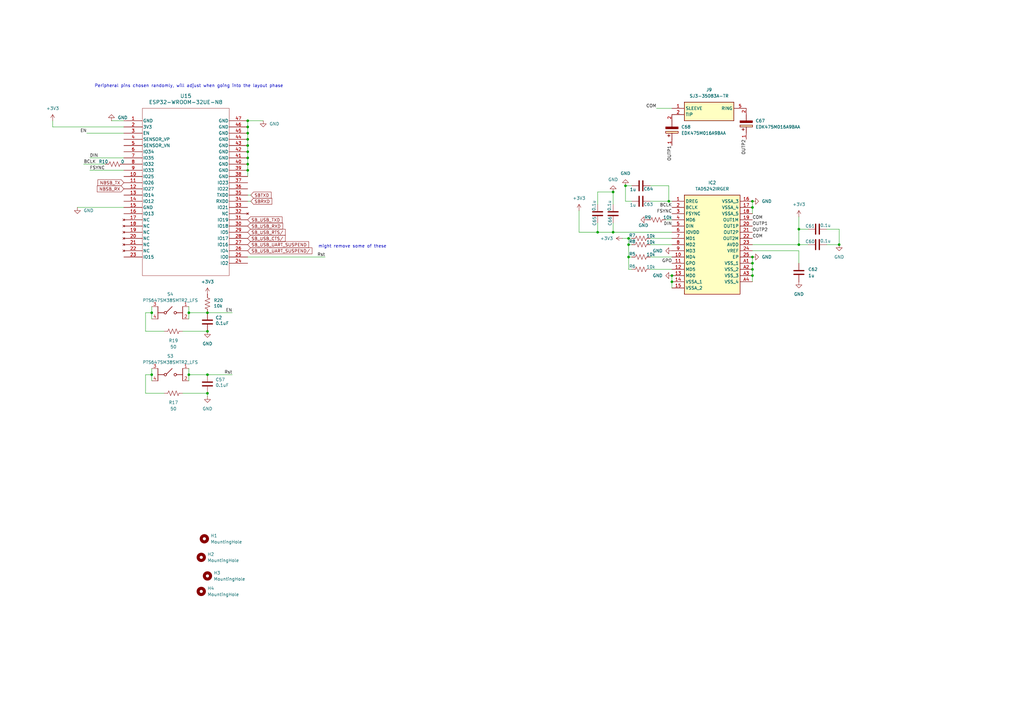
<source format=kicad_sch>
(kicad_sch (version 20250114) (generator "eeschema") (generator_version "9.0")
  (paper "A3")
  (lib_symbols
    (symbol "Device:C" (pin_numbers (hide yes)) (pin_names (offset 0.254))
      (property "Reference" "C" (at 0.635 2.54 0))
      (property "Value" "C" (at 0.635 -2.54 0))
      (symbol "C_0_1"
        (polyline (pts (xy -2.032 0.762) (xy 2.032 0.762)) (stroke (width 0.508)))
        (polyline (pts (xy -2.032 -0.762) (xy 2.032 -0.762)) (stroke (width 0.508)))
      )
      (symbol "C_1_1"
        (pin passive line (at 0 3.81 270) (length 2.794) (name "~") (number "1"))
        (pin passive line (at 0 -3.81 90) (length 2.794) (name "~") (number "2"))
      )
    )
    (symbol "Device:R_US" (pin_numbers (hide yes)) (pin_names (offset 0))
      (property "Reference" "R" (at 2.54 0 90))
      (property "Value" "R_US" (at -2.54 0 90))
      (symbol "R_US_0_1"
        (polyline (pts (xy 0 2.286) (xy 0 2.54)))
        (polyline (pts (xy 0 2.286) (xy 1.016 1.905) (xy 0 1.524) (xy -1.016 1.143) (xy 0 0.762)))
        (polyline (pts (xy 0 0.762) (xy 1.016 0.381) (xy 0 0) (xy -1.016 -0.381) (xy 0 -0.762)))
        (polyline (pts (xy 0 -0.762) (xy 1.016 -1.143) (xy 0 -1.524) (xy -1.016 -1.905) (xy 0 -2.286)))
        (polyline (pts (xy 0 -2.286) (xy 0 -2.54)))
      )
      (symbol "R_US_1_1"
        (pin passive line (at 0 3.81 270) (length 1.27) (name "~") (number "1"))
        (pin passive line (at 0 -3.81 90) (length 1.27) (name "~") (number "2"))
      )
    )
    (symbol "FPGA&MCU:ESP32-WROOM-32UE-N8" (pin_names (offset 0.254))
      (property "Reference" "U" (at 25.4 10.16 0))
      (property "Value" "ESP32-WROOM-32UE-N8" (at 25.4 7.62 0))
      (symbol "ESP32-WROOM-32UE-N8_0_1"
        (polyline (pts (xy 7.62 5.08) (xy 7.62 -63.5)) (stroke (width 0.127)))
        (polyline (pts (xy 7.62 -63.5) (xy 43.18 -63.5)) (stroke (width 0.127)))
        (polyline (pts (xy 43.18 5.08) (xy 7.62 5.08)) (stroke (width 0.127)))
        (polyline (pts (xy 43.18 -63.5) (xy 43.18 5.08)) (stroke (width 0.127)))
        (pin power_out line (at 0 0 0) (length 7.62) (name "GND") (number "1"))
        (pin power_in line (at 0 -2.54 0) (length 7.62) (name "3V3") (number "2"))
        (pin input line (at 0 -5.08 0) (length 7.62) (name "EN") (number "3"))
        (pin input line (at 0 -7.62 0) (length 7.62) (name "SENSOR_VP") (number "4"))
        (pin input line (at 0 -10.16 0) (length 7.62) (name "SENSOR_VN") (number "5"))
        (pin input line (at 0 -12.7 0) (length 7.62) (name "IO34") (number "6"))
        (pin input line (at 0 -15.24 0) (length 7.62) (name "IO35") (number "7"))
        (pin bidirectional line (at 0 -17.78 0) (length 7.62) (name "IO32") (number "8"))
        (pin bidirectional line (at 0 -20.32 0) (length 7.62) (name "IO33") (number "9"))
        (pin bidirectional line (at 0 -22.86 0) (length 7.62) (name "IO25") (number "10"))
        (pin bidirectional line (at 0 -25.4 0) (length 7.62) (name "IO26") (number "11"))
        (pin bidirectional line (at 0 -27.94 0) (length 7.62) (name "IO27") (number "12"))
        (pin bidirectional line (at 0 -30.48 0) (length 7.62) (name "IO14") (number "13"))
        (pin bidirectional line (at 0 -33.02 0) (length 7.62) (name "IO12") (number "14"))
        (pin power_out line (at 0 -35.56 0) (length 7.62) (name "GND") (number "15"))
        (pin bidirectional line (at 0 -38.1 0) (length 7.62) (name "IO13") (number "16"))
        (pin no_connect line (at 0 -40.64 0) (length 7.62) (name "NC") (number "17"))
        (pin no_connect line (at 0 -43.18 0) (length 7.62) (name "NC") (number "18"))
        (pin no_connect line (at 0 -45.72 0) (length 7.62) (name "NC") (number "19"))
        (pin no_connect line (at 0 -48.26 0) (length 7.62) (name "NC") (number "20"))
        (pin no_connect line (at 0 -50.8 0) (length 7.62) (name "NC") (number "21"))
        (pin no_connect line (at 0 -53.34 0) (length 7.62) (name "NC") (number "22"))
        (pin bidirectional line (at 0 -55.88 0) (length 7.62) (name "IO15") (number "23"))
        (pin power_out line (at 50.8 0 180) (length 7.62) (name "GND") (number "47"))
        (pin power_out line (at 50.8 -2.54 180) (length 7.62) (name "GND") (number "46"))
        (pin power_out line (at 50.8 -5.08 180) (length 7.62) (name "GND") (number "45"))
        (pin power_out line (at 50.8 -7.62 180) (length 7.62) (name "GND") (number "44"))
        (pin power_out line (at 50.8 -10.16 180) (length 7.62) (name "GND") (number "43"))
        (pin power_out line (at 50.8 -12.7 180) (length 7.62) (name "GND") (number "42"))
        (pin power_out line (at 50.8 -15.24 180) (length 7.62) (name "GND") (number "41"))
        (pin power_out line (at 50.8 -17.78 180) (length 7.62) (name "GND") (number "40"))
        (pin power_out line (at 50.8 -20.32 180) (length 7.62) (name "GND") (number "39"))
        (pin power_out line (at 50.8 -22.86 180) (length 7.62) (name "GND") (number "38"))
        (pin bidirectional line (at 50.8 -25.4 180) (length 7.62) (name "IO23") (number "37"))
        (pin bidirectional line (at 50.8 -27.94 180) (length 7.62) (name "IO22") (number "36"))
        (pin bidirectional line (at 50.8 -33.02 180) (length 7.62) (name "RXD0") (number "34"))
        (pin bidirectional line (at 50.8 -35.56 180) (length 7.62) (name "IO21") (number "33"))
        (pin no_connect line (at 50.8 -38.1 180) (length 7.62) (name "NC") (number "32"))
        (pin bidirectional line (at 50.8 -40.64 180) (length 7.62) (name "IO19") (number "31"))
        (pin bidirectional line (at 50.8 -43.18 180) (length 7.62) (name "IO18") (number "30"))
        (pin bidirectional line (at 50.8 -45.72 180) (length 7.62) (name "IO5") (number "29"))
        (pin bidirectional line (at 50.8 -48.26 180) (length 7.62) (name "IO17") (number "28"))
        (pin bidirectional line (at 50.8 -50.8 180) (length 7.62) (name "IO16") (number "27"))
        (pin bidirectional line (at 50.8 -53.34 180) (length 7.62) (name "IO4") (number "26"))
        (pin bidirectional line (at 50.8 -55.88 180) (length 7.62) (name "IO0") (number "25"))
        (pin bidirectional line (at 50.8 -58.42 180) (length 7.62) (name "IO2") (number "24"))
      )
      (symbol "ESP32-WROOM-32UE-N8_1_1"
        (pin bidirectional line (at 50.8 -30.48 180) (length 7.62) (name "TXD0") (number "35"))
      )
    )
    (symbol "FPGA_Interface:PTS647SM38SMTR2_LFS" (pin_names (hide yes))
      (property "Reference" "S" (at 12.7 6.35 0))
      (property "Value" "PTS647SM38SMTR2_LFS" (at 12.7 3.81 0))
      (symbol "PTS647SM38SMTR2_LFS_1_1"
        (polyline (pts (xy 2.54 -2.54) (xy 5.08 -2.54)) (stroke (width 0.254)))
        (polyline (pts (xy 2.54 -5.08) (xy 2.54 0)) (stroke (width 0.254)))
        (circle (center 5.588 -2.54) (radius 0.508) (stroke (width 0.254)))
        (polyline (pts (xy 6.096 -2.286) (xy 8.382 0)) (stroke (width 0.254)))
        (circle (center 9.652 -2.54) (radius 0.508) (stroke (width 0.254)))
        (polyline (pts (xy 10.16 -2.54) (xy 12.7 -2.54)) (stroke (width 0.254)))
        (polyline (pts (xy 12.7 -5.08) (xy 12.7 0)) (stroke (width 0.254)))
        (pin passive line (at 0 0 0) (length 2.54) (name "COM_1") (number "3"))
        (pin passive line (at 0 -5.08 0) (length 2.54) (name "COM_2") (number "4"))
        (pin passive line (at 15.24 0 180) (length 2.54) (name "NO_1") (number "1"))
        (pin passive line (at 15.24 -5.08 180) (length 2.54) (name "NO_2") (number "2"))
      )
    )
    (symbol "FPGA_Interface:SJ3-35083A-TR"
      (property "Reference" "J" (at 26.67 7.62 0))
      (property "Value" "SJ3-35083A-TR" (at 26.67 5.08 0))
      (symbol "SJ3-35083A-TR_1_1"
        (rectangle (start 5.08 2.54) (end 25.4 -5.08) (stroke (width 0.254)) (fill (type background)))
        (pin passive line (at 0 0 0) (length 5.08) (name "SLEEVE") (number "1"))
        (pin passive line (at 0 -2.54 0) (length 5.08) (name "TIP") (number "2"))
        (pin passive line (at 30.48 0 180) (length 5.08) (name "RING") (number "5"))
      )
    )
    (symbol "Mechanical:MountingHole" (pin_names (offset 1.016)) (in_bom no)
      (property "Reference" "H" (at 0 5.08 0))
      (property "Value" "MountingHole" (at 0 3.175 0))
      (symbol "MountingHole_0_1"
        (circle (center 0 0) (radius 1.27) (stroke (width 1.27)))
      )
    )
    (symbol "SB:EDK475M016A9BAA" (pin_names (hide yes))
      (property "Reference" "C" (at 8.89 6.35 0))
      (property "Value" "EDK475M016A9BAA" (at 8.89 3.81 0))
      (symbol "EDK475M016A9BAA_1_1"
        (polyline (pts (xy 2.54 0) (xy 5.08 0)) (stroke (width 0.254)))
        (polyline (pts (xy 4.064 1.778) (xy 4.064 0.762)) (stroke (width 0.254)))
        (polyline (pts (xy 4.572 1.27) (xy 3.556 1.27)) (stroke (width 0.254)))
        (rectangle (start 5.08 2.54) (end 5.842 -2.54) (stroke (width 0.254)) (fill (type background)))
        (polyline (pts (xy 7.62 2.54) (xy 7.62 -2.54) (xy 6.858 -2.54) (xy 6.858 2.54) (xy 7.62 2.54)) (stroke (width 0.254)) (fill (type outline)))
        (polyline (pts (xy 7.62 0) (xy 10.16 0)) (stroke (width 0.254)))
        (pin passive line (at 0 0 0) (length 2.54) (name "+") (number "1"))
        (pin passive line (at 12.7 0 180) (length 2.54) (name "-") (number "2"))
      )
    )
    (symbol "SB:TAD5242IRGER"
      (property "Reference" "IC" (at 29.21 7.62 0))
      (property "Value" "TAD5242IRGER" (at 29.21 5.08 0))
      (symbol "TAD5242IRGER_1_1"
        (rectangle (start 5.08 2.54) (end 27.94 -38.1) (stroke (width 0.254)) (fill (type background)))
        (pin passive line (at 0 0 0) (length 5.08) (name "DREG") (number "1"))
        (pin passive line (at 0 -2.54 0) (length 5.08) (name "BCLK") (number "2"))
        (pin passive line (at 0 -5.08 0) (length 5.08) (name "FSYNC") (number "3"))
        (pin passive line (at 0 -7.62 0) (length 5.08) (name "MD6") (number "4"))
        (pin passive line (at 0 -10.16 0) (length 5.08) (name "DIN") (number "5"))
        (pin passive line (at 0 -12.7 0) (length 5.08) (name "IOVDD") (number "6"))
        (pin passive line (at 0 -15.24 0) (length 5.08) (name "MD1") (number "7"))
        (pin passive line (at 0 -17.78 0) (length 5.08) (name "MD2") (number "8"))
        (pin passive line (at 0 -20.32 0) (length 5.08) (name "MD3") (number "9"))
        (pin passive line (at 0 -22.86 0) (length 5.08) (name "MD4") (number "10"))
        (pin passive line (at 0 -25.4 0) (length 5.08) (name "GPO") (number "11"))
        (pin passive line (at 0 -27.94 0) (length 5.08) (name "MD5") (number "12"))
        (pin passive line (at 0 -30.48 0) (length 5.08) (name "MD0") (number "13"))
        (pin passive line (at 0 -33.02 0) (length 5.08) (name "VSSA_1") (number "14"))
        (pin passive line (at 0 -35.56 0) (length 5.08) (name "VSSA_2") (number "15"))
        (pin passive line (at 33.02 0 180) (length 5.08) (name "VSSA_3") (number "16"))
        (pin passive line (at 33.02 -2.54 180) (length 5.08) (name "VSSA_4") (number "17"))
        (pin passive line (at 33.02 -5.08 180) (length 5.08) (name "VSSA_5") (number "18"))
        (pin passive line (at 33.02 -7.62 180) (length 5.08) (name "OUT1M") (number "19"))
        (pin passive line (at 33.02 -10.16 180) (length 5.08) (name "OUT1P") (number "20"))
        (pin passive line (at 33.02 -12.7 180) (length 5.08) (name "OUT2P") (number "21"))
        (pin passive line (at 33.02 -15.24 180) (length 5.08) (name "OUT2M") (number "22"))
        (pin passive line (at 33.02 -17.78 180) (length 5.08) (name "AVDD") (number "23"))
        (pin passive line (at 33.02 -20.32 180) (length 5.08) (name "VREF") (number "24"))
        (pin passive line (at 33.02 -22.86 180) (length 5.08) (name "EP") (number "25"))
        (pin passive line (at 33.02 -25.4 180) (length 5.08) (name "VSS_1") (number "A1"))
        (pin passive line (at 33.02 -27.94 180) (length 5.08) (name "VSS_2") (number "A2"))
        (pin passive line (at 33.02 -30.48 180) (length 5.08) (name "VSS_3") (number "A3"))
        (pin passive line (at 33.02 -33.02 180) (length 5.08) (name "VSS_4") (number "A4"))
      )
    )
    (symbol "power:+3V3" (power) (pin_numbers (hide yes)) (pin_names (offset 0) (hide yes))
      (property "Value" "+3V3" (at 0 3.556 0))
      (symbol "+3V3_0_1"
        (polyline (pts (xy -0.762 1.27) (xy 0 2.54)))
        (polyline (pts (xy 0 2.54) (xy 0.762 1.27)))
        (polyline (pts (xy 0 0) (xy 0 2.54)))
      )
      (symbol "+3V3_1_1"
        (pin power_in line (at 0 0 90) (length 0) (name "~") (number "1"))
      )
    )
    (symbol "power:GND" (power) (pin_numbers (hide yes)) (pin_names (offset 0) (hide yes))
      (property "Value" "GND" (at 0 -3.81 0))
      (symbol "GND_0_1"
        (polyline (pts (xy 0 0) (xy 0 -1.27) (xy 1.27 -1.27) (xy 0 -2.54) (xy -1.27 -1.27) (xy 0 -1.27)))
      )
      (symbol "GND_1_1"
        (pin power_in line (at 0 0 270) (length 0) (name "~") (number "1"))
      )
    )
  )
  (text "might remove some of these\n" (at 144.526 101.092 0) (effects (font (size 1.27 1.27))))
  (text "Peripheral pins chosen randomly, will adjust when going into the layout phase\n" (at 77.47 35.306 0) (effects (font (size 1.27 1.27))))
  (junction (at 275.59 113.03))
  (junction (at 344.17 100.33))
  (junction (at 308.61 110.49))
  (junction (at 256.54 76.2))
  (junction (at 101.6 57.15))
  (junction (at 308.61 82.55))
  (junction (at 308.61 113.03))
  (junction (at 85.09 153.67))
  (junction (at 327.66 93.98))
  (junction (at 251.46 95.25))
  (junction (at 257.81 97.79))
  (junction (at 62.23 153.67))
  (junction (at 308.61 107.95))
  (junction (at 77.47 128.27))
  (junction (at 101.6 52.07))
  (junction (at 101.6 49.53))
  (junction (at 85.09 128.27))
  (junction (at 327.66 100.33))
  (junction (at 245.11 95.25))
  (junction (at 85.09 135.89))
  (junction (at 274.32 82.55))
  (junction (at 101.6 59.69))
  (junction (at 101.6 67.31))
  (junction (at 257.81 105.41))
  (junction (at 257.81 100.33))
  (junction (at 101.6 69.85))
  (junction (at 101.6 64.77))
  (junction (at 251.46 78.74))
  (junction (at 101.6 62.23))
  (junction (at 77.47 153.67))
  (junction (at 62.23 128.27))
  (junction (at 275.59 115.57))
  (junction (at 308.61 85.09))
  (junction (at 101.6 54.61))
  (junction (at 308.61 105.41))
  (junction (at 85.09 161.29))
  (wire (pts (xy 308.61 102.87) (xy 327.66 102.87)))
  (wire (pts (xy 101.6 57.15) (xy 101.6 59.69)))
  (wire (pts (xy 344.17 93.98) (xy 344.17 100.33)))
  (wire (pts (xy 59.69 161.29) (xy 67.31 161.29)))
  (wire (pts (xy 36.83 69.85) (xy 50.8 69.85)))
  (wire (pts (xy 245.11 91.44) (xy 245.11 95.25)))
  (wire (pts (xy 308.61 82.55) (xy 308.61 85.09)))
  (wire (pts (xy 77.47 153.67) (xy 85.09 153.67)))
  (wire (pts (xy 331.47 100.33) (xy 327.66 100.33)))
  (wire (pts (xy 77.47 153.67) (xy 77.47 156.21)))
  (wire (pts (xy 245.11 95.25) (xy 237.49 95.25)))
  (wire (pts (xy 237.49 86.36) (xy 237.49 95.25)))
  (wire (pts (xy 101.6 59.69) (xy 101.6 62.23)))
  (wire (pts (xy 257.81 97.79) (xy 257.81 100.33)))
  (wire (pts (xy 251.46 83.82) (xy 251.46 78.74)))
  (wire (pts (xy 257.81 105.41) (xy 257.81 110.49)))
  (wire (pts (xy 256.54 82.55) (xy 256.54 76.2)))
  (wire (pts (xy 74.93 161.29) (xy 85.09 161.29)))
  (wire (pts (xy 62.23 128.27) (xy 62.23 130.81)))
  (wire (pts (xy 259.08 82.55) (xy 256.54 82.55)))
  (wire (pts (xy 101.6 49.53) (xy 101.6 52.07)))
  (wire (pts (xy 274.32 76.2) (xy 274.32 82.55)))
  (wire (pts (xy 274.32 76.2) (xy 266.7 76.2)))
  (wire (pts (xy 101.6 54.61) (xy 101.6 57.15)))
  (wire (pts (xy 339.09 93.98) (xy 344.17 93.98)))
  (wire (pts (xy 257.81 100.33) (xy 259.08 100.33)))
  (wire (pts (xy 45.72 49.53) (xy 50.8 49.53)))
  (wire (pts (xy 133.35 105.41) (xy 101.6 105.41)))
  (wire (pts (xy 275.59 115.57) (xy 275.59 118.11)))
  (wire (pts (xy 308.61 105.41) (xy 308.61 107.95)))
  (wire (pts (xy 34.29 67.31) (xy 43.18 67.31)))
  (wire (pts (xy 85.09 128.27) (xy 95.25 128.27)))
  (wire (pts (xy 245.11 83.82) (xy 245.11 78.74)))
  (wire (pts (xy 308.61 85.09) (xy 308.61 87.63)))
  (wire (pts (xy 21.59 49.53) (xy 21.59 52.07)))
  (wire (pts (xy 107.95 49.53) (xy 101.6 49.53)))
  (wire (pts (xy 77.47 128.27) (xy 77.47 130.81)))
  (wire (pts (xy 331.47 93.98) (xy 327.66 93.98)))
  (wire (pts (xy 259.08 76.2) (xy 256.54 76.2)))
  (wire (pts (xy 101.6 80.01) (xy 102.87 80.01)))
  (wire (pts (xy 62.23 125.73) (xy 62.23 128.27)))
  (wire (pts (xy 266.7 105.41) (xy 275.59 105.41)))
  (wire (pts (xy 266.7 97.79) (xy 275.59 97.79)))
  (wire (pts (xy 274.32 82.55) (xy 275.59 82.55)))
  (wire (pts (xy 269.24 44.45) (xy 275.59 44.45)))
  (wire (pts (xy 257.81 105.41) (xy 259.08 105.41)))
  (wire (pts (xy 275.59 113.03) (xy 275.59 115.57)))
  (wire (pts (xy 327.66 88.9) (xy 327.66 93.98)))
  (wire (pts (xy 59.69 153.67) (xy 59.69 161.29)))
  (wire (pts (xy 273.05 90.17) (xy 275.59 90.17)))
  (wire (pts (xy 62.23 153.67) (xy 62.23 151.13)))
  (wire (pts (xy 274.32 82.55) (xy 266.7 82.55)))
  (wire (pts (xy 36.83 64.77) (xy 50.8 64.77)))
  (wire (pts (xy 275.59 95.25) (xy 251.46 95.25)))
  (wire (pts (xy 259.08 97.79) (xy 257.81 97.79)))
  (wire (pts (xy 327.66 93.98) (xy 327.66 100.33)))
  (wire (pts (xy 101.6 64.77) (xy 101.6 67.31)))
  (wire (pts (xy 257.81 100.33) (xy 257.81 105.41)))
  (wire (pts (xy 339.09 100.33) (xy 344.17 100.33)))
  (wire (pts (xy 257.81 110.49) (xy 259.08 110.49)))
  (wire (pts (xy 308.61 107.95) (xy 308.61 110.49)))
  (wire (pts (xy 327.66 102.87) (xy 327.66 107.95)))
  (wire (pts (xy 77.47 151.13) (xy 77.47 153.67)))
  (wire (pts (xy 31.75 85.09) (xy 50.8 85.09)))
  (wire (pts (xy 77.47 125.73) (xy 77.47 128.27)))
  (wire (pts (xy 74.93 135.89) (xy 85.09 135.89)))
  (wire (pts (xy 85.09 161.29) (xy 85.09 162.56)))
  (wire (pts (xy 101.6 67.31) (xy 101.6 69.85)))
  (wire (pts (xy 255.27 97.79) (xy 257.81 97.79)))
  (wire (pts (xy 308.61 100.33) (xy 327.66 100.33)))
  (wire (pts (xy 35.56 54.61) (xy 50.8 54.61)))
  (wire (pts (xy 266.7 110.49) (xy 275.59 110.49)))
  (wire (pts (xy 62.23 153.67) (xy 62.23 156.21)))
  (wire (pts (xy 59.69 128.27) (xy 59.69 135.89)))
  (wire (pts (xy 101.6 82.55) (xy 102.87 82.55)))
  (wire (pts (xy 62.23 128.27) (xy 59.69 128.27)))
  (wire (pts (xy 308.61 110.49) (xy 308.61 113.03)))
  (wire (pts (xy 245.11 78.74) (xy 251.46 78.74)))
  (wire (pts (xy 101.6 52.07) (xy 101.6 54.61)))
  (wire (pts (xy 251.46 91.44) (xy 251.46 95.25)))
  (wire (pts (xy 59.69 153.67) (xy 62.23 153.67)))
  (wire (pts (xy 77.47 128.27) (xy 85.09 128.27)))
  (wire (pts (xy 308.61 113.03) (xy 308.61 115.57)))
  (wire (pts (xy 251.46 95.25) (xy 245.11 95.25)))
  (wire (pts (xy 101.6 62.23) (xy 101.6 64.77)))
  (wire (pts (xy 101.6 69.85) (xy 101.6 72.39)))
  (wire (pts (xy 85.09 153.67) (xy 95.25 153.67)))
  (wire (pts (xy 50.8 52.07) (xy 21.59 52.07)))
  (wire (pts (xy 59.69 135.89) (xy 67.31 135.89)))
  (wire (pts (xy 266.7 100.33) (xy 275.59 100.33)))
  (label "BCLK" (at 34.29 67.31 0))
  (label "OUTP1" (at 275.59 59.69 270))
  (label "OUTP1" (at 308.61 92.71 0))
  (label "BCLK" (at 275.59 85.09 180))
  (label "OUTP2" (at 306.07 57.15 270))
  (label "FSYNC" (at 36.83 69.85 0))
  (label "COM" (at 269.24 44.45 180))
  (label "FSYNC" (at 275.59 87.63 180))
  (label "DIN" (at 36.83 64.77 0))
  (label "EN" (at 95.25 128.27 180))
  (label "Rst" (at 95.25 153.67 180))
  (label "GPO" (at 275.59 107.95 180))
  (label "COM" (at 308.61 90.17 0))
  (label "COM" (at 308.61 97.79 0))
  (label "EN" (at 35.56 54.61 180))
  (label "DIN" (at 275.59 92.71 180))
  (label "Rst" (at 133.35 105.41 180))
  (label "OUTP2" (at 308.61 95.25 0))
  (global_label "NBSB_RX" (shape input) (at 50.8 77.47 180) (property "Intersheetrefs" "${INTERSHEET_REFS}" (effects (hide yes))))
  (global_label "SB_USB_UART_SUSPEND" (shape input) (at 101.6 100.33 0) (property "Intersheetrefs" "${INTERSHEET_REFS}" (effects (hide yes))))
  (global_label "SBTXD" (shape input) (at 102.87 80.01 0) (property "Intersheetrefs" "${INTERSHEET_REFS}" (effects (hide yes))))
  (global_label "SB_USB_CTS{slash}" (shape input) (at 101.6 97.79 0) (property "Intersheetrefs" "${INTERSHEET_REFS}" (effects (hide yes))))
  (global_label "SB_USB_TXD" (shape input) (at 101.6 90.17 0) (property "Intersheetrefs" "${INTERSHEET_REFS}" (effects (hide yes))))
  (global_label "SB_USB_RTS{slash}" (shape input) (at 101.6 95.25 0) (property "Intersheetrefs" "${INTERSHEET_REFS}" (effects (hide yes))))
  (global_label "SB_USB_UART_SUSPEND{slash}" (shape input) (at 101.6 102.87 0) (property "Intersheetrefs" "${INTERSHEET_REFS}" (effects (hide yes))))
  (global_label "SBRXD" (shape input) (at 102.87 82.55 0) (property "Intersheetrefs" "${INTERSHEET_REFS}" (effects (hide yes))))
  (global_label "SB_USB_RXD" (shape input) (at 101.6 92.71 0) (property "Intersheetrefs" "${INTERSHEET_REFS}" (effects (hide yes))))
  (global_label "NBSB_TX" (shape input) (at 50.8 74.93 180) (property "Intersheetrefs" "${INTERSHEET_REFS}" (effects (hide yes))))
  (symbol (lib_id "power:GND") (at 308.61 105.41 90) (unit 1)
    (property "Reference" "#PWR0153" (effects (hide yes)))
    (property "Value" "GND" (at 312.42 105.4099 90) (effects (justify right)))
    (property "Description" "Power symbol creates a global label with name \"GND\" , ground" (effects (hide yes)))
  )
  (symbol (lib_id "Device:R_US") (at 262.89 105.41 90) (unit 1)
    (property "Reference" "R5" (at 259.334 104.14 90))
    (property "Value" "10k" (at 266.954 104.394 90))
    (property "Footprint" "Resistor_SMD:R_0402_1005Metric" (effects (hide yes)))
    (property "Description" "Resistor, US symbol" (effects (hide yes)))
  )
  (symbol (lib_id "power:GND") (at 45.72 49.53 180) (unit 1)
    (property "Reference" "#PWR017" (effects (hide yes)))
    (property "Value" "GND" (at 48.26 48.2599 0) (effects (justify right)))
    (property "Description" "Power symbol creates a global label with name \"GND\" , ground" (effects (hide yes)))
  )
  (symbol (lib_id "SB:EDK475M016A9BAA") (at 275.59 59.69 90) (unit 1)
    (property "Reference" "C68" (at 279.4 52.0699 90) (effects (justify right)))
    (property "Value" "EDK475M016A9BAA" (at 279.4 54.6099 90) (effects (justify right)))
    (property "Footprint" "SB:CAPAE430X565N" (effects (hide yes)))
    (property "Datasheet" "https://content.kemet.com/datasheets/KEM_A4001_EDK.pdf" (effects (hide yes)))
    (property "Description" "EDK, Aluminum, Aluminum Electrolytic, 4.7 uF, 20%, 16 VDC, -40/+85C, 85C, -40C, 85C, 2,000 Hrs, 16 % , 0.02, 3 uA, 2, 4, 4mm, 5.4mm, 2000" (effects (hide yes)))
    (property "Height" "5.65" (effects (hide yes)))
    (property "Mouser Part Number" "80-EDK475M016A9BAA" (effects (hide yes)))
    (property "Mouser Price/Stock" "https://www.mouser.co.uk/ProductDetail/KEMET/EDK475M016A9BAA?qs=E9QF1UCAUX56UXN1YiCZhQ%3D%3D" (effects (hide yes)))
    (property "Manufacturer_Name" "KEMET" (effects (hide yes)))
    (property "Manufacturer_Part_Number" "EDK475M016A9BAA" (effects (hide yes)))
  )
  (symbol (lib_id "power:GND") (at 275.59 102.87 270) (unit 1)
    (property "Reference" "#PWR0157" (effects (hide yes)))
    (property "Value" "GND" (at 271.78 102.8699 90) (effects (justify right)))
    (property "Description" "Power symbol creates a global label with name \"GND\" , ground" (effects (hide yes)))
  )
  (symbol (lib_id "FPGA_Interface:SJ3-35083A-TR") (at 275.59 44.45 0) (unit 1)
    (property "Reference" "J9" (at 290.83 36.83 0))
    (property "Value" "SJ3-35083A-TR" (at 290.83 39.37 0))
    (property "Footprint" "SJ335083ATR" (effects (hide yes)))
    (property "Datasheet" "https://www.sameskydevices.com/product/resource/SJ3-35083A-TR.pdf" (effects (hide yes)))
    (property "Description" "SJ3-35083A-TR - 3.5 mm Stereo Jack, Through Hole, 3 Conductors, 0 Internal Switches,  Tape & Reel Packaging" (effects (hide yes)))
    (property "Height" "5.3" (effects (hide yes)))
    (property "Mouser Part Number" "179-SJ3-35083A-TR" (effects (hide yes)))
    (property "Mouser Price/Stock" "https://www.mouser.co.uk/ProductDetail/Same-Sky/SJ3-35083A-TR?qs=IKkN%2F947nfAXbylC140wLg%3D%3D" (effects (hide yes)))
    (property "Manufacturer_Name" "Same Sky" (effects (hide yes)))
    (property "Manufacturer_Part_Number" "SJ3-35083A-TR" (effects (hide yes)))
  )
  (symbol (lib_id "FPGA_Interface:PTS647SM38SMTR2_LFS") (at 62.23 125.73 0) (unit 1)
    (property "Reference" "S4" (at 69.85 120.65 0))
    (property "Value" "PTS647SM38SMTR2_LFS" (at 69.85 123.19 0))
    (property "Footprint" "PTS647SM38SMTR2LFS" (effects (hide yes)))
    (property "Datasheet" "https://www.ckswitches.com/media/2567/pts647.pdf" (effects (hide yes)))
    (property "Description" "Tactile Switch SPST-NO Top Actuated Surface Mount 0.05A 12V" (effects (hide yes)))
    (property "Manufacturer_Name" "C & K COMPONENTS" (effects (hide yes)))
    (property "Manufacturer_Part_Number" "PTS647SM38SMTR2 LFS" (effects (hide yes)))
  )
  (symbol (lib_id "power:+3V3") (at 327.66 88.9 0) (unit 1)
    (property "Reference" "#PWR0159" (effects (hide yes)))
    (property "Value" "+3V3" (at 327.66 83.82 0))
    (property "Description" "Power symbol creates a global label with name \"+3V3\"" (effects (hide yes)))
  )
  (symbol (lib_id "Device:C") (at 85.09 157.48 0) (unit 1)
    (property "Reference" "C57" (at 88.392 155.702 0) (effects (justify left)))
    (property "Value" "0.1uF" (at 88.392 157.988 0) (effects (justify left)))
    (property "Footprint" "Capacitor_SMD:C_0402_1005Metric" (effects (hide yes)))
    (property "Description" "Unpolarized capacitor" (effects (hide yes)))
  )
  (symbol (lib_id "power:+3V3") (at 237.49 86.36 0) (unit 1)
    (property "Reference" "#PWR0162" (effects (hide yes)))
    (property "Value" "+3V3" (at 237.49 81.28 0))
    (property "Description" "Power symbol creates a global label with name \"+3V3\"" (effects (hide yes)))
  )
  (symbol (lib_id "power:GND") (at 275.59 113.03 270) (unit 1)
    (property "Reference" "#PWR0155" (effects (hide yes)))
    (property "Value" "GND" (at 271.78 113.0301 90) (effects (justify right)))
    (property "Description" "Power symbol creates a global label with name \"GND\" , ground" (effects (hide yes)))
  )
  (symbol (lib_id "Device:C") (at 327.66 111.76 0) (unit 1)
    (property "Reference" "C62" (at 331.47 110.4899 0) (effects (justify left)))
    (property "Value" "1u" (at 331.47 113.0299 0) (effects (justify left)))
    (property "Footprint" "Capacitor_SMD:C_0402_1005Metric" (effects (hide yes)))
    (property "Description" "Unpolarized capacitor" (effects (hide yes)))
  )
  (symbol (lib_id "power:GND") (at 256.54 76.2 180) (unit 1)
    (property "Reference" "#PWR0160" (effects (hide yes)))
    (property "Value" "GND" (at 256.54 71.12 0))
    (property "Description" "Power symbol creates a global label with name \"GND\" , ground" (effects (hide yes)))
  )
  (symbol (lib_id "power:GND") (at 344.17 100.33 0) (unit 1)
    (property "Reference" "#PWR0151" (effects (hide yes)))
    (property "Value" "GND" (at 344.17 105.41 0))
    (property "Description" "Power symbol creates a global label with name \"GND\" , ground" (effects (hide yes)))
  )
  (symbol (lib_id "SB:TAD5242IRGER") (at 275.59 82.55 0) (unit 1)
    (property "Reference" "IC2" (at 292.1 74.93 0))
    (property "Value" "TAD5242IRGER" (at 292.1 77.47 0))
    (property "Footprint" "TAD5242IRGER" (effects (hide yes)))
    (property "Datasheet" "https://www.ti.com/lit/ds/symlink/tad5242.pdf?ts=1736249226355&ref_url=https%253A%252F%252Fwww.ti.com%252Fproduct%252FTAD5242" (effects (hide yes)))
    (property "Description" "Audio D/A Converter ICs Hardware-control stereo audio DAC with 120dB dynamic range, and headphone and line driver" (effects (hide yes)))
    (property "Height" "1" (effects (hide yes)))
    (property "Mouser Part Number" "595-TAD5242IRGER" (effects (hide yes)))
    (property "Mouser Price/Stock" "https://www.mouser.co.uk/ProductDetail/Texas-Instruments/TAD5242IRGER?qs=%252BXxaIXUDbq07iiss%252B1zA7A%3D%3D" (effects (hide yes)))
    (property "Manufacturer_Name" "Texas Instruments" (effects (hide yes)))
    (property "Manufacturer_Part_Number" "TAD5242IRGER" (effects (hide yes)))
  )
  (symbol (lib_id "power:+3V3") (at 85.09 120.65 0) (unit 1)
    (property "Reference" "#PWR015" (effects (hide yes)))
    (property "Value" "+3V3" (at 85.09 115.57 0))
    (property "Description" "Power symbol creates a global label with name \"+3V3\"" (effects (hide yes)))
  )
  (symbol (lib_id "Device:C") (at 335.28 93.98 90) (unit 1)
    (property "Reference" "C61" (at 332.232 92.71 90))
    (property "Value" "0.1u" (at 338.582 92.456 90))
    (property "Footprint" "Capacitor_SMD:C_0402_1005Metric" (effects (hide yes)))
    (property "Description" "Unpolarized capacitor" (effects (hide yes)))
  )
  (symbol (lib_id "Device:C") (at 251.46 87.63 180) (unit 1)
    (property "Reference" "C66" (at 250.19 90.678 90))
    (property "Value" "0.1u" (at 249.936 84.328 90))
    (property "Footprint" "Capacitor_SMD:C_0402_1005Metric" (effects (hide yes)))
    (property "Description" "Unpolarized capacitor" (effects (hide yes)))
  )
  (symbol (lib_id "Mechanical:MountingHole") (at 83.82 220.98 0) (unit 1) (in_bom no)
    (property "Reference" "H1" (at 86.36 219.7099 0) (effects (justify left)))
    (property "Value" "MountingHole" (at 86.36 222.2499 0) (effects (justify left)))
    (property "Footprint" "MountingHole:MountingHole_4.3x6.2mm_M4_Pad" (effects (hide yes)))
    (property "Description" "Mounting Hole without connection" (effects (hide yes)))
  )
  (symbol (lib_id "Device:R_US") (at 262.89 100.33 90) (unit 1)
    (property "Reference" "R8" (at 259.334 99.06 90))
    (property "Value" "10k" (at 266.954 99.314 90))
    (property "Footprint" "Resistor_SMD:R_0402_1005Metric" (effects (hide yes)))
    (property "Description" "Resistor, US symbol" (effects (hide yes)))
  )
  (symbol (lib_id "Mechanical:MountingHole") (at 82.55 242.57 0) (unit 1) (in_bom no)
    (property "Reference" "H4" (at 85.09 241.2999 0) (effects (justify left)))
    (property "Value" "MountingHole" (at 85.09 243.8399 0) (effects (justify left)))
    (property "Footprint" "MountingHole:MountingHole_4.3x6.2mm_M4_Pad" (effects (hide yes)))
    (property "Description" "Mounting Hole without connection" (effects (hide yes)))
  )
  (symbol (lib_id "power:GND") (at 265.43 90.17 270) (unit 1)
    (property "Reference" "#PWR0158" (effects (hide yes)))
    (property "Value" "GND" (at 265.938 92.456 90) (effects (justify right)))
    (property "Description" "Power symbol creates a global label with name \"GND\" , ground" (effects (hide yes)))
  )
  (symbol (lib_id "power:GND") (at 107.95 49.53 0) (unit 1)
    (property "Reference" "#PWR020" (effects (hide yes)))
    (property "Value" "GND" (at 110.49 50.7999 0) (effects (justify left)))
    (property "Description" "Power symbol creates a global label with name \"GND\" , ground" (effects (hide yes)))
  )
  (symbol (lib_id "power:GND") (at 251.46 78.74 180) (unit 1)
    (property "Reference" "#PWR0161" (effects (hide yes)))
    (property "Value" "GND" (at 251.46 73.66 0))
    (property "Description" "Power symbol creates a global label with name \"GND\" , ground" (effects (hide yes)))
  )
  (symbol (lib_id "Device:R_US") (at 262.89 97.79 90) (unit 1)
    (property "Reference" "R7" (at 259.334 96.52 90))
    (property "Value" "10k" (at 266.954 96.774 90))
    (property "Footprint" "Resistor_SMD:R_0402_1005Metric" (effects (hide yes)))
    (property "Description" "Resistor, US symbol" (effects (hide yes)))
  )
  (symbol (lib_id "Device:C") (at 262.89 76.2 270) (unit 1)
    (property "Reference" "C64" (at 265.938 77.47 90))
    (property "Value" "1u" (at 259.588 77.724 90))
    (property "Footprint" "Capacitor_SMD:C_0402_1005Metric" (effects (hide yes)))
    (property "Description" "Unpolarized capacitor" (effects (hide yes)))
  )
  (symbol (lib_id "SB:EDK475M016A9BAA") (at 306.07 57.15 90) (unit 1)
    (property "Reference" "C67" (at 309.88 49.5299 90) (effects (justify right)))
    (property "Value" "EDK475M016A9BAA" (at 309.88 52.0699 90) (effects (justify right)))
    (property "Footprint" "SB:CAPAE430X565N" (effects (hide yes)))
    (property "Datasheet" "https://content.kemet.com/datasheets/KEM_A4001_EDK.pdf" (effects (hide yes)))
    (property "Description" "EDK, Aluminum, Aluminum Electrolytic, 4.7 uF, 20%, 16 VDC, -40/+85C, 85C, -40C, 85C, 2,000 Hrs, 16 % , 0.02, 3 uA, 2, 4, 4mm, 5.4mm, 2000" (effects (hide yes)))
    (property "Height" "5.65" (effects (hide yes)))
    (property "Mouser Part Number" "80-EDK475M016A9BAA" (effects (hide yes)))
    (property "Mouser Price/Stock" "https://www.mouser.co.uk/ProductDetail/KEMET/EDK475M016A9BAA?qs=E9QF1UCAUX56UXN1YiCZhQ%3D%3D" (effects (hide yes)))
    (property "Manufacturer_Name" "KEMET" (effects (hide yes)))
    (property "Manufacturer_Part_Number" "EDK475M016A9BAA" (effects (hide yes)))
  )
  (symbol (lib_id "power:GND") (at 31.75 85.09 0) (unit 1)
    (property "Reference" "#PWR019" (effects (hide yes)))
    (property "Value" "GND" (at 34.29 86.3599 0) (effects (justify left)))
    (property "Description" "Power symbol creates a global label with name \"GND\" , ground" (effects (hide yes)))
  )
  (symbol (lib_id "power:GND") (at 327.66 115.57 0) (unit 1)
    (property "Reference" "#PWR0152" (effects (hide yes)))
    (property "Value" "GND" (at 327.66 120.65 0))
    (property "Description" "Power symbol creates a global label with name \"GND\" , ground" (effects (hide yes)))
  )
  (symbol (lib_id "Device:R_US") (at 85.09 124.46 0) (unit 1)
    (property "Reference" "R20" (at 87.63 123.1899 0) (effects (justify left)))
    (property "Value" "10k" (at 87.63 125.476 0) (effects (justify left)))
    (property "Footprint" "Resistor_SMD:R_0402_1005Metric" (effects (hide yes)))
    (property "Description" "Resistor, US symbol" (effects (hide yes)))
  )
  (symbol (lib_id "Device:C") (at 85.09 132.08 0) (unit 1)
    (property "Reference" "C2" (at 88.392 130.302 0) (effects (justify left)))
    (property "Value" "0.1uF" (at 88.392 132.588 0) (effects (justify left)))
    (property "Footprint" "Capacitor_SMD:C_0402_1005Metric" (effects (hide yes)))
    (property "Description" "Unpolarized capacitor" (effects (hide yes)))
  )
  (symbol (lib_id "Device:C") (at 335.28 100.33 90) (unit 1)
    (property "Reference" "C60" (at 332.232 99.06 90))
    (property "Value" "0.1u" (at 338.582 98.806 90))
    (property "Footprint" "Capacitor_SMD:C_0402_1005Metric" (effects (hide yes)))
    (property "Description" "Unpolarized capacitor" (effects (hide yes)))
  )
  (symbol (lib_id "Device:R_US") (at 71.12 135.89 270) (unit 1)
    (property "Reference" "R19" (at 71.12 139.7 90))
    (property "Value" "50" (at 71.12 142.24 90))
    (property "Footprint" "Resistor_SMD:R_0402_1005Metric" (effects (hide yes)))
    (property "Description" "Resistor, US symbol" (effects (hide yes)))
  )
  (symbol (lib_id "Device:R_US") (at 262.89 110.49 90) (unit 1)
    (property "Reference" "R6" (at 259.334 109.22 90))
    (property "Value" "10k" (at 266.954 109.474 90))
    (property "Footprint" "Resistor_SMD:R_0402_1005Metric" (effects (hide yes)))
    (property "Description" "Resistor, US symbol" (effects (hide yes)))
  )
  (symbol (lib_id "Device:C") (at 262.89 82.55 270) (unit 1)
    (property "Reference" "C63" (at 265.938 83.82 90))
    (property "Value" "1u" (at 259.588 84.074 90))
    (property "Footprint" "Capacitor_SMD:C_0402_1005Metric" (effects (hide yes)))
    (property "Description" "Unpolarized capacitor" (effects (hide yes)))
  )
  (symbol (lib_id "power:GND") (at 85.09 135.89 0) (unit 1)
    (property "Reference" "#PWR016" (effects (hide yes)))
    (property "Value" "GND" (at 85.09 140.97 0))
    (property "Description" "Power symbol creates a global label with name \"GND\" , ground" (effects (hide yes)))
  )
  (symbol (lib_id "Device:C") (at 245.11 87.63 180) (unit 1)
    (property "Reference" "C65" (at 243.84 90.678 90))
    (property "Value" "0.1u" (at 243.586 84.328 90))
    (property "Footprint" "Capacitor_SMD:C_0402_1005Metric" (effects (hide yes)))
    (property "Description" "Unpolarized capacitor" (effects (hide yes)))
  )
  (symbol (lib_id "power:+3V3") (at 21.59 49.53 0) (unit 1)
    (property "Reference" "#PWR018" (effects (hide yes)))
    (property "Value" "+3V3" (at 21.59 44.45 0))
    (property "Description" "Power symbol creates a global label with name \"+3V3\"" (effects (hide yes)))
  )
  (symbol (lib_id "power:GND") (at 308.61 82.55 90) (unit 1)
    (property "Reference" "#PWR0154" (effects (hide yes)))
    (property "Value" "GND" (at 312.42 82.5499 90) (effects (justify right)))
    (property "Description" "Power symbol creates a global label with name \"GND\" , ground" (effects (hide yes)))
  )
  (symbol (lib_id "Device:R_US") (at 71.12 161.29 270) (unit 1)
    (property "Reference" "R17" (at 71.12 165.1 90))
    (property "Value" "50" (at 71.12 167.64 90))
    (property "Footprint" "Resistor_SMD:R_0402_1005Metric" (effects (hide yes)))
    (property "Description" "Resistor, US symbol" (effects (hide yes)))
  )
  (symbol (lib_id "power:+3V3") (at 255.27 97.79 90) (unit 1)
    (property "Reference" "#PWR0156" (effects (hide yes)))
    (property "Value" "+3V3" (at 251.46 97.7899 90) (effects (justify left)))
    (property "Description" "Power symbol creates a global label with name \"+3V3\"" (effects (hide yes)))
  )
  (symbol (lib_id "Mechanical:MountingHole") (at 85.09 236.22 0) (unit 1) (in_bom no)
    (property "Reference" "H3" (at 87.63 234.9499 0) (effects (justify left)))
    (property "Value" "MountingHole" (at 87.63 237.4899 0) (effects (justify left)))
    (property "Footprint" "MountingHole:MountingHole_4.3x6.2mm_M4_Pad" (effects (hide yes)))
    (property "Description" "Mounting Hole without connection" (effects (hide yes)))
  )
  (symbol (lib_id "FPGA&MCU:ESP32-WROOM-32UE-N8") (at 50.8 49.53 0) (unit 1)
    (property "Reference" "U15" (at 76.2 39.37 0) (effects (font (size 1.524 1.524))))
    (property "Value" "ESP32-WROOM-32UE-N8" (at 76.2 41.91 0) (effects (font (size 1.524 1.524))))
    (property "Footprint" "ESP32-WROOM-32UE_EXP" (effects (hide yes)))
    (property "Datasheet" "ESP32-WROOM-32UE-N8" (effects (hide yes)))
  )
  (symbol (lib_id "Mechanical:MountingHole") (at 82.55 228.6 0) (unit 1) (in_bom no)
    (property "Reference" "H2" (at 85.09 227.3299 0) (effects (justify left)))
    (property "Value" "MountingHole" (at 85.09 229.8699 0) (effects (justify left)))
    (property "Footprint" "MountingHole:MountingHole_4.3x6.2mm_M4_Pad" (effects (hide yes)))
    (property "Description" "Mounting Hole without connection" (effects (hide yes)))
  )
  (symbol (lib_id "FPGA_Interface:PTS647SM38SMTR2_LFS") (at 62.23 151.13 0) (unit 1)
    (property "Reference" "S3" (at 69.85 146.05 0))
    (property "Value" "PTS647SM38SMTR2_LFS" (at 69.85 148.59 0))
    (property "Footprint" "PTS647SM38SMTR2LFS" (effects (hide yes)))
    (property "Datasheet" "https://www.ckswitches.com/media/2567/pts647.pdf" (effects (hide yes)))
    (property "Description" "Tactile Switch SPST-NO Top Actuated Surface Mount 0.05A 12V" (effects (hide yes)))
    (property "Manufacturer_Name" "C & K COMPONENTS" (effects (hide yes)))
    (property "Manufacturer_Part_Number" "PTS647SM38SMTR2 LFS" (effects (hide yes)))
  )
  (symbol (lib_id "Device:R_US") (at 269.24 90.17 90) (unit 1)
    (property "Reference" "R9" (at 265.684 89.154 90))
    (property "Value" "10k" (at 273.812 89.154 90))
    (property "Footprint" "Resistor_SMD:R_0402_1005Metric" (effects (hide yes)))
    (property "Description" "Resistor, US symbol" (effects (hide yes)))
  )
  (symbol (lib_id "power:GND") (at 85.09 162.56 0) (unit 1)
    (property "Reference" "#PWR014" (effects (hide yes)))
    (property "Value" "GND" (at 85.09 167.64 0))
    (property "Description" "Power symbol creates a global label with name \"GND\" , ground" (effects (hide yes)))
  )
  (symbol (lib_id "Device:R_US") (at 46.99 67.31 90) (unit 1)
    (property "Reference" "R10" (at 42.418 66.294 90))
    (property "Value" "0" (at 50.292 66.294 90))
    (property "Footprint" "Resistor_SMD:R_0402_1005Metric" (effects (hide yes)))
    (property "Description" "Resistor, US symbol" (effects (hide yes)))
  )
)
</source>
